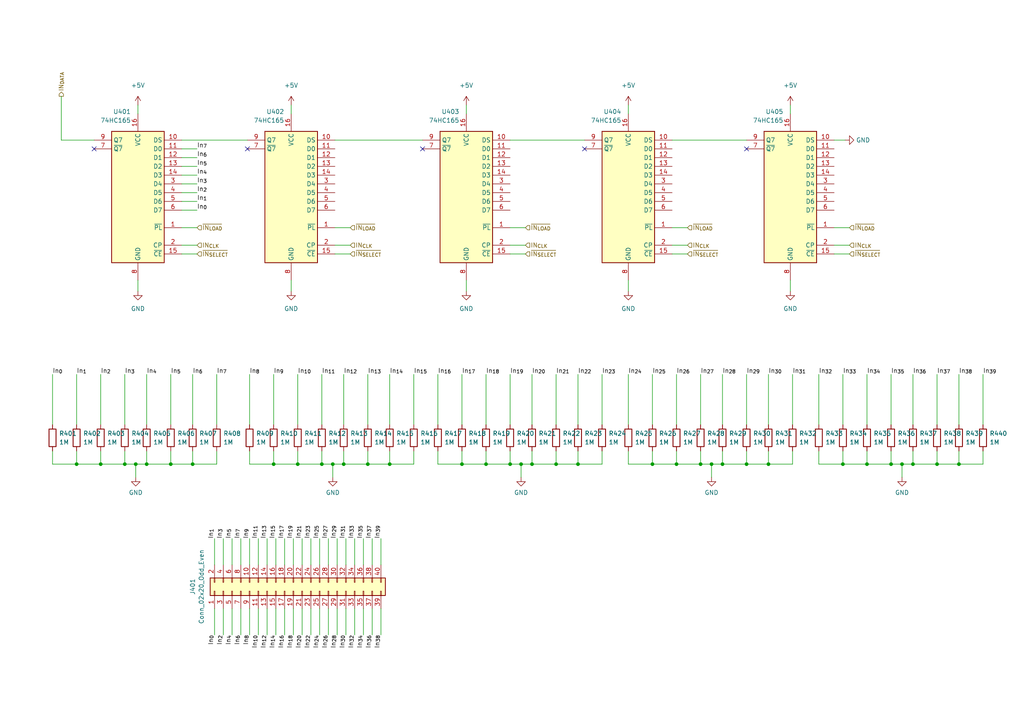
<source format=kicad_sch>
(kicad_sch (version 20211123) (generator eeschema)
  (paper "A4")
  (lib_symbols
    (symbol "74xx:74HC165"
      (property "Reference" "U" (at -7.62 19.05 0))
      (property "Value" "74HC165" (at -7.62 -21.59 0))
      (symbol "74HC165_1_0"
        (pin input line (at -12.7 -10.16 0) (length 5.08) (name "~{PL}") (number "1"))
        (pin input line (at -12.7 15.24 0) (length 5.08) (name "DS") (number "10"))
        (pin input line (at -12.7 12.7 0) (length 5.08) (name "D0") (number "11"))
        (pin input line (at -12.7 10.16 0) (length 5.08) (name "D1") (number "12"))
        (pin input line (at -12.7 7.62 0) (length 5.08) (name "D2") (number "13"))
        (pin input line (at -12.7 5.08 0) (length 5.08) (name "D3") (number "14"))
        (pin input line (at -12.7 -17.78 0) (length 5.08) (name "~{CE}") (number "15"))
        (pin power_in line (at 0 22.86 270) (length 5.08) (name "VCC") (number "16"))
        (pin input line (at -12.7 -15.24 0) (length 5.08) (name "CP") (number "2"))
        (pin input line (at -12.7 2.54 0) (length 5.08) (name "D4") (number "3"))
        (pin input line (at -12.7 0 0) (length 5.08) (name "D5") (number "4"))
        (pin input line (at -12.7 -2.54 0) (length 5.08) (name "D6") (number "5"))
        (pin input line (at -12.7 -5.08 0) (length 5.08) (name "D7") (number "6"))
        (pin output line (at 12.7 12.7 180) (length 5.08) (name "~{Q7}") (number "7"))
        (pin power_in line (at 0 -25.4 90) (length 5.08) (name "GND") (number "8"))
        (pin output line (at 12.7 15.24 180) (length 5.08) (name "Q7") (number "9"))
      )
      (symbol "74HC165_1_1"
        (rectangle (start -7.62 17.78) (end 7.62 -20.32) (stroke (width 0.254)) (fill (type background)))
      )
    )
    (symbol "Connector_Generic:Conn_02x20_Odd_Even" (pin_names (offset 1.016) hide)
      (property "Reference" "J" (at 1.27 25.4 0))
      (property "Value" "Conn_02x20_Odd_Even" (at 1.27 -27.94 0))
      (symbol "Conn_02x20_Odd_Even_1_1"
        (rectangle (start -1.27 -25.273) (end 0 -25.527) (stroke (width 0.1524)))
        (rectangle (start -1.27 -22.733) (end 0 -22.987) (stroke (width 0.1524)))
        (rectangle (start -1.27 -20.193) (end 0 -20.447) (stroke (width 0.1524)))
        (rectangle (start -1.27 -17.653) (end 0 -17.907) (stroke (width 0.1524)))
        (rectangle (start -1.27 -15.113) (end 0 -15.367) (stroke (width 0.1524)))
        (rectangle (start -1.27 -12.573) (end 0 -12.827) (stroke (width 0.1524)))
        (rectangle (start -1.27 -10.033) (end 0 -10.287) (stroke (width 0.1524)))
        (rectangle (start -1.27 -7.493) (end 0 -7.747) (stroke (width 0.1524)))
        (rectangle (start -1.27 -4.953) (end 0 -5.207) (stroke (width 0.1524)))
        (rectangle (start -1.27 -2.413) (end 0 -2.667) (stroke (width 0.1524)))
        (rectangle (start -1.27 0.127) (end 0 -0.127) (stroke (width 0.1524)))
        (rectangle (start -1.27 2.667) (end 0 2.413) (stroke (width 0.1524)))
        (rectangle (start -1.27 5.207) (end 0 4.953) (stroke (width 0.1524)))
        (rectangle (start -1.27 7.747) (end 0 7.493) (stroke (width 0.1524)))
        (rectangle (start -1.27 10.287) (end 0 10.033) (stroke (width 0.1524)))
        (rectangle (start -1.27 12.827) (end 0 12.573) (stroke (width 0.1524)))
        (rectangle (start -1.27 15.367) (end 0 15.113) (stroke (width 0.1524)))
        (rectangle (start -1.27 17.907) (end 0 17.653) (stroke (width 0.1524)))
        (rectangle (start -1.27 20.447) (end 0 20.193) (stroke (width 0.1524)))
        (rectangle (start -1.27 22.987) (end 0 22.733) (stroke (width 0.1524)))
        (rectangle (start -1.27 24.13) (end 3.81 -26.67) (stroke (width 0.254)) (fill (type background)))
        (rectangle (start 3.81 -25.273) (end 2.54 -25.527) (stroke (width 0.1524)))
        (rectangle (start 3.81 -22.733) (end 2.54 -22.987) (stroke (width 0.1524)))
        (rectangle (start 3.81 -20.193) (end 2.54 -20.447) (stroke (width 0.1524)))
        (rectangle (start 3.81 -17.653) (end 2.54 -17.907) (stroke (width 0.1524)))
        (rectangle (start 3.81 -15.113) (end 2.54 -15.367) (stroke (width 0.1524)))
        (rectangle (start 3.81 -12.573) (end 2.54 -12.827) (stroke (width 0.1524)))
        (rectangle (start 3.81 -10.033) (end 2.54 -10.287) (stroke (width 0.1524)))
        (rectangle (start 3.81 -7.493) (end 2.54 -7.747) (stroke (width 0.1524)))
        (rectangle (start 3.81 -4.953) (end 2.54 -5.207) (stroke (width 0.1524)))
        (rectangle (start 3.81 -2.413) (end 2.54 -2.667) (stroke (width 0.1524)))
        (rectangle (start 3.81 0.127) (end 2.54 -0.127) (stroke (width 0.1524)))
        (rectangle (start 3.81 2.667) (end 2.54 2.413) (stroke (width 0.1524)))
        (rectangle (start 3.81 5.207) (end 2.54 4.953) (stroke (width 0.1524)))
        (rectangle (start 3.81 7.747) (end 2.54 7.493) (stroke (width 0.1524)))
        (rectangle (start 3.81 10.287) (end 2.54 10.033) (stroke (width 0.1524)))
        (rectangle (start 3.81 12.827) (end 2.54 12.573) (stroke (width 0.1524)))
        (rectangle (start 3.81 15.367) (end 2.54 15.113) (stroke (width 0.1524)))
        (rectangle (start 3.81 17.907) (end 2.54 17.653) (stroke (width 0.1524)))
        (rectangle (start 3.81 20.447) (end 2.54 20.193) (stroke (width 0.1524)))
        (rectangle (start 3.81 22.987) (end 2.54 22.733) (stroke (width 0.1524)))
        (pin passive line (at -5.08 22.86 0) (length 3.81) (name "Pin_1") (number "1"))
        (pin passive line (at 7.62 12.7 180) (length 3.81) (name "Pin_10") (number "10"))
        (pin passive line (at -5.08 10.16 0) (length 3.81) (name "Pin_11") (number "11"))
        (pin passive line (at 7.62 10.16 180) (length 3.81) (name "Pin_12") (number "12"))
        (pin passive line (at -5.08 7.62 0) (length 3.81) (name "Pin_13") (number "13"))
        (pin passive line (at 7.62 7.62 180) (length 3.81) (name "Pin_14") (number "14"))
        (pin passive line (at -5.08 5.08 0) (length 3.81) (name "Pin_15") (number "15"))
        (pin passive line (at 7.62 5.08 180) (length 3.81) (name "Pin_16") (number "16"))
        (pin passive line (at -5.08 2.54 0) (length 3.81) (name "Pin_17") (number "17"))
        (pin passive line (at 7.62 2.54 180) (length 3.81) (name "Pin_18") (number "18"))
        (pin passive line (at -5.08 0 0) (length 3.81) (name "Pin_19") (number "19"))
        (pin passive line (at 7.62 22.86 180) (length 3.81) (name "Pin_2") (number "2"))
        (pin passive line (at 7.62 0 180) (length 3.81) (name "Pin_20") (number "20"))
        (pin passive line (at -5.08 -2.54 0) (length 3.81) (name "Pin_21") (number "21"))
        (pin passive line (at 7.62 -2.54 180) (length 3.81) (name "Pin_22") (number "22"))
        (pin passive line (at -5.08 -5.08 0) (length 3.81) (name "Pin_23") (number "23"))
        (pin passive line (at 7.62 -5.08 180) (length 3.81) (name "Pin_24") (number "24"))
        (pin passive line (at -5.08 -7.62 0) (length 3.81) (name "Pin_25") (number "25"))
        (pin passive line (at 7.62 -7.62 180) (length 3.81) (name "Pin_26") (number "26"))
        (pin passive line (at -5.08 -10.16 0) (length 3.81) (name "Pin_27") (number "27"))
        (pin passive line (at 7.62 -10.16 180) (length 3.81) (name "Pin_28") (number "28"))
        (pin passive line (at -5.08 -12.7 0) (length 3.81) (name "Pin_29") (number "29"))
        (pin passive line (at -5.08 20.32 0) (length 3.81) (name "Pin_3") (number "3"))
        (pin passive line (at 7.62 -12.7 180) (length 3.81) (name "Pin_30") (number "30"))
        (pin passive line (at -5.08 -15.24 0) (length 3.81) (name "Pin_31") (number "31"))
        (pin passive line (at 7.62 -15.24 180) (length 3.81) (name "Pin_32") (number "32"))
        (pin passive line (at -5.08 -17.78 0) (length 3.81) (name "Pin_33") (number "33"))
        (pin passive line (at 7.62 -17.78 180) (length 3.81) (name "Pin_34") (number "34"))
        (pin passive line (at -5.08 -20.32 0) (length 3.81) (name "Pin_35") (number "35"))
        (pin passive line (at 7.62 -20.32 180) (length 3.81) (name "Pin_36") (number "36"))
        (pin passive line (at -5.08 -22.86 0) (length 3.81) (name "Pin_37") (number "37"))
        (pin passive line (at 7.62 -22.86 180) (length 3.81) (name "Pin_38") (number "38"))
        (pin passive line (at -5.08 -25.4 0) (length 3.81) (name "Pin_39") (number "39"))
        (pin passive line (at 7.62 20.32 180) (length 3.81) (name "Pin_4") (number "4"))
        (pin passive line (at 7.62 -25.4 180) (length 3.81) (name "Pin_40") (number "40"))
        (pin passive line (at -5.08 17.78 0) (length 3.81) (name "Pin_5") (number "5"))
        (pin passive line (at 7.62 17.78 180) (length 3.81) (name "Pin_6") (number "6"))
        (pin passive line (at -5.08 15.24 0) (length 3.81) (name "Pin_7") (number "7"))
        (pin passive line (at 7.62 15.24 180) (length 3.81) (name "Pin_8") (number "8"))
        (pin passive line (at -5.08 12.7 0) (length 3.81) (name "Pin_9") (number "9"))
      )
    )
    (symbol "Device:R" (pin_numbers hide) (pin_names (offset 0))
      (property "Reference" "R" (at 2.032 0 90))
      (property "Value" "R" (at 0 0 90))
      (symbol "R_0_1"
        (rectangle (start -1.016 -2.54) (end 1.016 2.54) (stroke (width 0.254)))
      )
      (symbol "R_1_1"
        (pin passive line (at 0 3.81 270) (length 1.27) (name "~") (number "1"))
        (pin passive line (at 0 -3.81 90) (length 1.27) (name "~") (number "2"))
      )
    )
    (symbol "power:+5V" (power) (pin_names (offset 0))
      (property "Value" "+5V" (at 0 3.556 0))
      (symbol "+5V_0_1"
        (polyline (pts (xy -0.762 1.27) (xy 0 2.54)))
        (polyline (pts (xy 0 0) (xy 0 2.54)))
        (polyline (pts (xy 0 2.54) (xy 0.762 1.27)))
      )
      (symbol "+5V_1_1"
        (pin power_in line (at 0 0 90) (length 0) hide (name "+5V") (number "1"))
      )
    )
    (symbol "power:GND" (power) (pin_names (offset 0))
      (property "Value" "GND" (at 0 -3.81 0))
      (symbol "GND_0_1"
        (polyline (pts (xy 0 0) (xy 0 -1.27) (xy 1.27 -1.27) (xy 0 -2.54) (xy -1.27 -1.27) (xy 0 -1.27)))
      )
      (symbol "GND_1_1"
        (pin power_in line (at 0 0 270) (length 0) hide (name "GND") (number "1"))
      )
    )
  )
  (junction (at 99.695 134.62))
  (junction (at 154.305 134.62))
  (junction (at 151.13 134.62))
  (junction (at 209.55 134.62))
  (junction (at 140.97 134.62))
  (junction (at 216.535 134.62))
  (junction (at 36.195 134.62))
  (junction (at 206.375 134.62))
  (junction (at 79.375 134.62))
  (junction (at 93.345 134.62))
  (junction (at 96.52 134.62))
  (junction (at 278.13 134.62))
  (junction (at 147.955 134.62))
  (junction (at 55.88 134.62))
  (junction (at 49.53 134.62))
  (junction (at 264.795 134.62))
  (junction (at 244.475 134.62))
  (junction (at 113.03 134.62))
  (junction (at 251.46 134.62))
  (junction (at 42.545 134.62))
  (junction (at 22.225 134.62))
  (junction (at 271.78 134.62))
  (junction (at 196.215 134.62))
  (junction (at 133.985 134.62))
  (junction (at 106.68 134.62))
  (junction (at 222.885 134.62))
  (junction (at 167.64 134.62))
  (junction (at 258.445 134.62))
  (junction (at 161.29 134.62))
  (junction (at 203.2 134.62))
  (junction (at 261.62 134.62))
  (junction (at 39.37 134.62))
  (junction (at 29.21 134.62))
  (junction (at 189.23 134.62))
  (junction (at 86.36 134.62))
  (no_connect (at 169.545 43.18))
  (no_connect (at 27.305 43.18))
  (no_connect (at 216.535 43.18))
  (no_connect (at 71.755 43.18))
  (no_connect (at 122.555 43.18))
  (wire (pts (xy 264.795 108.585) (xy 264.795 123.19)))
  (wire (pts (xy 49.53 108.585) (xy 49.53 123.19)))
  (wire (pts (xy 161.29 130.81) (xy 161.29 134.62)))
  (wire (pts (xy 154.305 108.585) (xy 154.305 123.19)))
  (wire (pts (xy 79.375 134.62) (xy 86.36 134.62)))
  (wire (pts (xy 229.87 134.62) (xy 229.87 130.81)))
  (wire (pts (xy 64.77 156.21) (xy 64.77 163.83)))
  (wire (pts (xy 196.215 134.62) (xy 203.2 134.62)))
  (wire (pts (xy 209.55 134.62) (xy 216.535 134.62)))
  (wire (pts (xy 251.46 108.585) (xy 251.46 123.19)))
  (wire (pts (xy 79.375 108.585) (xy 79.375 123.19)))
  (wire (pts (xy 140.97 108.585) (xy 140.97 123.19)))
  (wire (pts (xy 85.09 156.21) (xy 85.09 163.83)))
  (wire (pts (xy 52.705 58.42) (xy 57.15 58.42)))
  (wire (pts (xy 182.245 30.48) (xy 182.245 33.02)))
  (wire (pts (xy 72.39 156.21) (xy 72.39 163.83)))
  (wire (pts (xy 74.93 184.15) (xy 74.93 176.53)))
  (wire (pts (xy 40.005 30.48) (xy 40.005 33.02)))
  (wire (pts (xy 278.13 108.585) (xy 278.13 123.19)))
  (wire (pts (xy 55.88 130.81) (xy 55.88 134.62)))
  (wire (pts (xy 92.71 156.21) (xy 92.71 163.83)))
  (wire (pts (xy 189.23 108.585) (xy 189.23 123.19)))
  (wire (pts (xy 52.705 55.88) (xy 57.15 55.88)))
  (wire (pts (xy 113.03 108.585) (xy 113.03 123.19)))
  (wire (pts (xy 113.03 134.62) (xy 120.015 134.62)))
  (wire (pts (xy 229.87 108.585) (xy 229.87 123.19)))
  (wire (pts (xy 84.455 81.28) (xy 84.455 84.455)))
  (wire (pts (xy 237.49 134.62) (xy 244.475 134.62)))
  (wire (pts (xy 285.115 108.585) (xy 285.115 123.19)))
  (wire (pts (xy 154.305 134.62) (xy 161.29 134.62)))
  (wire (pts (xy 278.13 134.62) (xy 285.115 134.62)))
  (wire (pts (xy 85.09 184.15) (xy 85.09 176.53)))
  (wire (pts (xy 99.695 134.62) (xy 106.68 134.62)))
  (wire (pts (xy 106.68 130.81) (xy 106.68 134.62)))
  (wire (pts (xy 101.6 71.12) (xy 97.155 71.12)))
  (wire (pts (xy 72.39 184.15) (xy 72.39 176.53)))
  (wire (pts (xy 72.39 130.81) (xy 72.39 134.62)))
  (wire (pts (xy 258.445 130.81) (xy 258.445 134.62)))
  (wire (pts (xy 203.2 130.81) (xy 203.2 134.62)))
  (wire (pts (xy 127 130.81) (xy 127 134.62)))
  (wire (pts (xy 196.215 108.585) (xy 196.215 123.19)))
  (wire (pts (xy 52.705 45.72) (xy 57.15 45.72)))
  (wire (pts (xy 96.52 134.62) (xy 99.695 134.62)))
  (wire (pts (xy 278.13 130.81) (xy 278.13 134.62)))
  (wire (pts (xy 22.225 130.81) (xy 22.225 134.62)))
  (wire (pts (xy 147.955 134.62) (xy 151.13 134.62)))
  (wire (pts (xy 87.63 156.21) (xy 87.63 163.83)))
  (wire (pts (xy 216.535 130.81) (xy 216.535 134.62)))
  (wire (pts (xy 90.17 156.21) (xy 90.17 163.83)))
  (wire (pts (xy 229.235 81.28) (xy 229.235 84.455)))
  (wire (pts (xy 93.345 130.81) (xy 93.345 134.62)))
  (wire (pts (xy 161.29 134.62) (xy 167.64 134.62)))
  (wire (pts (xy 17.78 40.64) (xy 27.305 40.64)))
  (wire (pts (xy 93.345 108.585) (xy 93.345 123.19)))
  (wire (pts (xy 135.255 30.48) (xy 135.255 33.02)))
  (wire (pts (xy 251.46 134.62) (xy 258.445 134.62)))
  (wire (pts (xy 62.865 134.62) (xy 62.865 130.81)))
  (wire (pts (xy 222.885 134.62) (xy 229.87 134.62)))
  (wire (pts (xy 77.47 184.15) (xy 77.47 176.53)))
  (wire (pts (xy 244.475 108.585) (xy 244.475 123.19)))
  (wire (pts (xy 97.155 40.64) (xy 122.555 40.64)))
  (wire (pts (xy 55.88 134.62) (xy 62.865 134.62)))
  (wire (pts (xy 42.545 108.585) (xy 42.545 123.19)))
  (wire (pts (xy 107.95 156.21) (xy 107.95 163.83)))
  (wire (pts (xy 92.71 184.15) (xy 92.71 176.53)))
  (wire (pts (xy 82.55 156.21) (xy 82.55 163.83)))
  (wire (pts (xy 69.85 184.15) (xy 69.85 176.53)))
  (wire (pts (xy 77.47 156.21) (xy 77.47 163.83)))
  (wire (pts (xy 203.2 134.62) (xy 206.375 134.62)))
  (wire (pts (xy 64.77 184.15) (xy 64.77 176.53)))
  (wire (pts (xy 42.545 134.62) (xy 49.53 134.62)))
  (wire (pts (xy 40.005 81.28) (xy 40.005 84.455)))
  (wire (pts (xy 101.6 66.04) (xy 97.155 66.04)))
  (wire (pts (xy 216.535 134.62) (xy 222.885 134.62)))
  (wire (pts (xy 203.2 108.585) (xy 203.2 123.19)))
  (wire (pts (xy 182.245 81.28) (xy 182.245 84.455)))
  (wire (pts (xy 140.97 134.62) (xy 147.955 134.62)))
  (wire (pts (xy 29.21 130.81) (xy 29.21 134.62)))
  (wire (pts (xy 86.36 130.81) (xy 86.36 134.62)))
  (wire (pts (xy 52.705 60.96) (xy 57.15 60.96)))
  (wire (pts (xy 222.885 108.585) (xy 222.885 123.19)))
  (wire (pts (xy 36.195 134.62) (xy 39.37 134.62)))
  (wire (pts (xy 100.33 156.21) (xy 100.33 163.83)))
  (wire (pts (xy 62.865 108.585) (xy 62.865 123.19)))
  (wire (pts (xy 15.24 108.585) (xy 15.24 123.19)))
  (wire (pts (xy 182.245 108.585) (xy 182.245 123.19)))
  (wire (pts (xy 86.36 108.585) (xy 86.36 123.19)))
  (wire (pts (xy 105.41 184.15) (xy 105.41 176.53)))
  (wire (pts (xy 39.37 134.62) (xy 39.37 138.43)))
  (wire (pts (xy 147.955 130.81) (xy 147.955 134.62)))
  (wire (pts (xy 100.33 184.15) (xy 100.33 176.53)))
  (wire (pts (xy 72.39 108.585) (xy 72.39 123.19)))
  (wire (pts (xy 99.695 130.81) (xy 99.695 134.62)))
  (wire (pts (xy 110.49 184.15) (xy 110.49 176.53)))
  (wire (pts (xy 29.21 134.62) (xy 36.195 134.62)))
  (wire (pts (xy 246.38 71.12) (xy 241.935 71.12)))
  (wire (pts (xy 84.455 30.48) (xy 84.455 33.02)))
  (wire (pts (xy 133.985 130.81) (xy 133.985 134.62)))
  (wire (pts (xy 264.795 130.81) (xy 264.795 134.62)))
  (wire (pts (xy 133.985 134.62) (xy 140.97 134.62)))
  (wire (pts (xy 152.4 66.04) (xy 147.955 66.04)))
  (wire (pts (xy 106.68 134.62) (xy 113.03 134.62)))
  (wire (pts (xy 246.38 66.04) (xy 241.935 66.04)))
  (wire (pts (xy 80.01 156.21) (xy 80.01 163.83)))
  (wire (pts (xy 174.625 134.62) (xy 174.625 130.81)))
  (wire (pts (xy 206.375 134.62) (xy 206.375 138.43)))
  (wire (pts (xy 120.015 134.62) (xy 120.015 130.81)))
  (wire (pts (xy 39.37 134.62) (xy 42.545 134.62)))
  (wire (pts (xy 101.6 73.66) (xy 97.155 73.66)))
  (wire (pts (xy 82.55 184.15) (xy 82.55 176.53)))
  (wire (pts (xy 97.79 156.21) (xy 97.79 163.83)))
  (wire (pts (xy 105.41 156.21) (xy 105.41 163.83)))
  (wire (pts (xy 246.38 73.66) (xy 241.935 73.66)))
  (wire (pts (xy 72.39 134.62) (xy 79.375 134.62)))
  (wire (pts (xy 93.345 134.62) (xy 96.52 134.62)))
  (wire (pts (xy 95.25 156.21) (xy 95.25 163.83)))
  (wire (pts (xy 57.15 73.66) (xy 52.705 73.66)))
  (wire (pts (xy 49.53 134.62) (xy 55.88 134.62)))
  (wire (pts (xy 36.195 130.81) (xy 36.195 134.62)))
  (wire (pts (xy 167.64 108.585) (xy 167.64 123.19)))
  (wire (pts (xy 167.64 134.62) (xy 174.625 134.62)))
  (wire (pts (xy 15.24 134.62) (xy 22.225 134.62)))
  (wire (pts (xy 199.39 73.66) (xy 194.945 73.66)))
  (wire (pts (xy 199.39 66.04) (xy 194.945 66.04)))
  (wire (pts (xy 135.255 81.28) (xy 135.255 84.455)))
  (wire (pts (xy 120.015 108.585) (xy 120.015 123.19)))
  (wire (pts (xy 237.49 130.81) (xy 237.49 134.62)))
  (wire (pts (xy 258.445 108.585) (xy 258.445 123.19)))
  (wire (pts (xy 74.93 156.21) (xy 74.93 163.83)))
  (wire (pts (xy 199.39 71.12) (xy 194.945 71.12)))
  (wire (pts (xy 244.475 130.81) (xy 244.475 134.62)))
  (wire (pts (xy 52.705 40.64) (xy 71.755 40.64)))
  (wire (pts (xy 57.15 66.04) (xy 52.705 66.04)))
  (wire (pts (xy 261.62 134.62) (xy 261.62 138.43)))
  (wire (pts (xy 167.64 130.81) (xy 167.64 134.62)))
  (wire (pts (xy 127 108.585) (xy 127 123.19)))
  (wire (pts (xy 102.87 184.15) (xy 102.87 176.53)))
  (wire (pts (xy 245.11 40.64) (xy 241.935 40.64)))
  (wire (pts (xy 152.4 73.66) (xy 147.955 73.66)))
  (wire (pts (xy 102.87 156.21) (xy 102.87 163.83)))
  (wire (pts (xy 154.305 130.81) (xy 154.305 134.62)))
  (wire (pts (xy 206.375 134.62) (xy 209.55 134.62)))
  (wire (pts (xy 151.13 134.62) (xy 151.13 138.43)))
  (wire (pts (xy 264.795 134.62) (xy 271.78 134.62)))
  (wire (pts (xy 222.885 130.81) (xy 222.885 134.62)))
  (wire (pts (xy 151.13 134.62) (xy 154.305 134.62)))
  (wire (pts (xy 182.245 130.81) (xy 182.245 134.62)))
  (wire (pts (xy 258.445 134.62) (xy 261.62 134.62)))
  (wire (pts (xy 196.215 130.81) (xy 196.215 134.62)))
  (wire (pts (xy 17.78 40.64) (xy 17.78 27.94)))
  (wire (pts (xy 29.21 108.585) (xy 29.21 123.19)))
  (wire (pts (xy 87.63 184.15) (xy 87.63 176.53)))
  (wire (pts (xy 261.62 134.62) (xy 264.795 134.62)))
  (wire (pts (xy 271.78 108.585) (xy 271.78 123.19)))
  (wire (pts (xy 209.55 108.585) (xy 209.55 123.19)))
  (wire (pts (xy 67.31 184.15) (xy 67.31 176.53)))
  (wire (pts (xy 194.945 40.64) (xy 216.535 40.64)))
  (wire (pts (xy 244.475 134.62) (xy 251.46 134.62)))
  (wire (pts (xy 57.15 71.12) (xy 52.705 71.12)))
  (wire (pts (xy 15.24 130.81) (xy 15.24 134.62)))
  (wire (pts (xy 127 134.62) (xy 133.985 134.62)))
  (wire (pts (xy 62.23 156.21) (xy 62.23 163.83)))
  (wire (pts (xy 106.68 108.585) (xy 106.68 123.19)))
  (wire (pts (xy 140.97 130.81) (xy 140.97 134.62)))
  (wire (pts (xy 161.29 108.585) (xy 161.29 123.19)))
  (wire (pts (xy 251.46 130.81) (xy 251.46 134.62)))
  (wire (pts (xy 189.23 130.81) (xy 189.23 134.62)))
  (wire (pts (xy 95.25 184.15) (xy 95.25 176.53)))
  (wire (pts (xy 49.53 130.81) (xy 49.53 134.62)))
  (wire (pts (xy 147.955 108.585) (xy 147.955 123.19)))
  (wire (pts (xy 271.78 130.81) (xy 271.78 134.62)))
  (wire (pts (xy 174.625 108.585) (xy 174.625 123.19)))
  (wire (pts (xy 229.235 30.48) (xy 229.235 33.02)))
  (wire (pts (xy 96.52 134.62) (xy 96.52 138.43)))
  (wire (pts (xy 22.225 108.585) (xy 22.225 123.19)))
  (wire (pts (xy 147.955 40.64) (xy 169.545 40.64)))
  (wire (pts (xy 79.375 130.81) (xy 79.375 134.62)))
  (wire (pts (xy 55.88 108.585) (xy 55.88 123.19)))
  (wire (pts (xy 42.545 130.81) (xy 42.545 134.62)))
  (wire (pts (xy 189.23 134.62) (xy 196.215 134.62)))
  (wire (pts (xy 182.245 134.62) (xy 189.23 134.62)))
  (wire (pts (xy 22.225 134.62) (xy 29.21 134.62)))
  (wire (pts (xy 52.705 50.8) (xy 57.15 50.8)))
  (wire (pts (xy 110.49 156.21) (xy 110.49 163.83)))
  (wire (pts (xy 209.55 130.81) (xy 209.55 134.62)))
  (wire (pts (xy 99.695 108.585) (xy 99.695 123.19)))
  (wire (pts (xy 62.23 184.15) (xy 62.23 176.53)))
  (wire (pts (xy 52.705 43.18) (xy 57.15 43.18)))
  (wire (pts (xy 113.03 130.81) (xy 113.03 134.62)))
  (wire (pts (xy 107.95 184.15) (xy 107.95 176.53)))
  (wire (pts (xy 52.705 48.26) (xy 57.15 48.26)))
  (wire (pts (xy 97.79 184.15) (xy 97.79 176.53)))
  (wire (pts (xy 237.49 108.585) (xy 237.49 123.19)))
  (wire (pts (xy 271.78 134.62) (xy 278.13 134.62)))
  (wire (pts (xy 69.85 156.21) (xy 69.85 163.83)))
  (wire (pts (xy 80.01 184.15) (xy 80.01 176.53)))
  (wire (pts (xy 216.535 108.585) (xy 216.535 123.19)))
  (wire (pts (xy 52.705 53.34) (xy 57.15 53.34)))
  (wire (pts (xy 36.195 108.585) (xy 36.195 123.19)))
  (wire (pts (xy 67.31 156.21) (xy 67.31 163.83)))
  (wire (pts (xy 90.17 184.15) (xy 90.17 176.53)))
  (wire (pts (xy 86.36 134.62) (xy 93.345 134.62)))
  (wire (pts (xy 133.985 108.585) (xy 133.985 123.19)))
  (wire (pts (xy 152.4 71.12) (xy 147.955 71.12)))
  (wire (pts (xy 285.115 134.62) (xy 285.115 130.81)))
  (label "In_{19}" (at 85.09 156.21 90))
  (label "In_{35}" (at 258.445 108.585 0))
  (label "In_{38}" (at 110.49 184.15 270))
  (label "In_{31}" (at 100.33 156.21 90))
  (label "In_{34}" (at 105.41 184.15 270))
  (label "In_{20}" (at 87.63 184.15 270))
  (label "In_{25}" (at 92.71 156.21 90))
  (label "In_{29}" (at 97.79 156.21 90))
  (label "In_{1}" (at 22.225 108.585 0))
  (label "In_{21}" (at 161.29 108.585 0))
  (label "In_{6}" (at 55.88 108.585 0))
  (label "In_{35}" (at 105.41 156.21 90))
  (label "In_{22}" (at 90.17 184.15 270))
  (label "In_{4}" (at 42.545 108.585 0))
  (label "In_{23}" (at 174.625 108.585 0))
  (label "In_{4}" (at 57.15 50.8 0))
  (label "In_{8}" (at 72.39 108.585 0))
  (label "In_{30}" (at 100.33 184.15 270))
  (label "In_{13}" (at 77.47 156.21 90))
  (label "In_{39}" (at 285.115 108.585 0))
  (label "In_{21}" (at 87.63 156.21 90))
  (label "In_{9}" (at 72.39 156.21 90))
  (label "In_{29}" (at 216.535 108.585 0))
  (label "In_{0}" (at 57.15 60.96 0))
  (label "In_{31}" (at 229.87 108.585 0))
  (label "In_{5}" (at 57.15 48.26 0))
  (label "In_{17}" (at 82.55 156.21 90))
  (label "In_{3}" (at 36.195 108.585 0))
  (label "In_{5}" (at 49.53 108.585 0))
  (label "In_{2}" (at 57.15 55.88 0))
  (label "In_{37}" (at 271.78 108.585 0))
  (label "In_{32}" (at 237.49 108.585 0))
  (label "In_{39}" (at 110.49 156.21 90))
  (label "In_{2}" (at 29.21 108.585 0))
  (label "In_{7}" (at 57.15 43.18 0))
  (label "In_{10}" (at 86.36 108.585 0))
  (label "In_{18}" (at 140.97 108.585 0))
  (label "In_{34}" (at 251.46 108.585 0))
  (label "In_{9}" (at 79.375 108.585 0))
  (label "In_{1}" (at 57.15 58.42 0))
  (label "In_{7}" (at 69.85 156.21 90))
  (label "In_{6}" (at 57.15 45.72 0))
  (label "In_{26}" (at 196.215 108.585 0))
  (label "In_{22}" (at 167.64 108.585 0))
  (label "In_{3}" (at 57.15 53.34 0))
  (label "In_{37}" (at 107.95 156.21 90))
  (label "In_{11}" (at 74.93 156.21 90))
  (label "In_{14}" (at 80.01 184.15 270))
  (label "In_{12}" (at 77.47 184.15 270))
  (label "In_{1}" (at 62.23 156.21 90))
  (label "In_{33}" (at 244.475 108.585 0))
  (label "In_{30}" (at 222.885 108.585 0))
  (label "In_{4}" (at 67.31 184.15 270))
  (label "In_{19}" (at 147.955 108.585 0))
  (label "In_{10}" (at 74.93 184.15 270))
  (label "In_{25}" (at 189.23 108.585 0))
  (label "In_{20}" (at 154.305 108.585 0))
  (label "In_{0}" (at 15.24 108.585 0))
  (label "In_{2}" (at 64.77 184.15 270))
  (label "In_{11}" (at 93.345 108.585 0))
  (label "In_{27}" (at 203.2 108.585 0))
  (label "In_{15}" (at 120.015 108.585 0))
  (label "In_{5}" (at 67.31 156.21 90))
  (label "In_{23}" (at 90.17 156.21 90))
  (label "In_{6}" (at 69.85 184.15 270))
  (label "In_{15}" (at 80.01 156.21 90))
  (label "In_{17}" (at 133.985 108.585 0))
  (label "In_{26}" (at 95.25 184.15 270))
  (label "In_{33}" (at 102.87 156.21 90))
  (label "In_{18}" (at 85.09 184.15 270))
  (label "In_{32}" (at 102.87 184.15 270))
  (label "In_{24}" (at 92.71 184.15 270))
  (label "In_{13}" (at 106.68 108.585 0))
  (label "In_{27}" (at 95.25 156.21 90))
  (label "In_{16}" (at 127 108.585 0))
  (label "In_{7}" (at 62.865 108.585 0))
  (label "In_{38}" (at 278.13 108.585 0))
  (label "In_{14}" (at 113.03 108.585 0))
  (label "In_{24}" (at 182.245 108.585 0))
  (label "In_{36}" (at 107.95 184.15 270))
  (label "In_{3}" (at 64.77 156.21 90))
  (label "In_{8}" (at 72.39 184.15 270))
  (label "In_{12}" (at 99.695 108.585 0))
  (label "In_{28}" (at 209.55 108.585 0))
  (label "In_{0}" (at 62.23 184.15 270))
  (label "In_{36}" (at 264.795 108.585 0))
  (label "In_{16}" (at 82.55 184.15 270))
  (label "In_{28}" (at 97.79 184.15 270))
  (hierarchical_label "IN_{CLK}" (shape input) (at 152.4 71.12 0))
  (hierarchical_label "~{IN_{LOAD}}" (shape input) (at 57.15 66.04 0))
  (hierarchical_label "IN_{CLK}" (shape input) (at 246.38 71.12 0))
  (hierarchical_label "IN_{CLK}" (shape input) (at 199.39 71.12 0))
  (hierarchical_label "~{IN_{SELECT}}" (shape input) (at 152.4 73.66 0))
  (hierarchical_label "~{IN_{LOAD}}" (shape input) (at 199.39 66.04 0))
  (hierarchical_label "IN_{CLK}" (shape input) (at 101.6 71.12 0))
  (hierarchical_label "IN_{DATA}" (shape output) (at 17.78 27.94 90))
  (hierarchical_label "~{IN_{SELECT}}" (shape input) (at 246.38 73.66 0))
  (hierarchical_label "IN_{CLK}" (shape input) (at 57.15 71.12 0))
  (hierarchical_label "~{IN_{SELECT}}" (shape input) (at 101.6 73.66 0))
  (hierarchical_label "~{IN_{SELECT}}" (shape input) (at 199.39 73.66 0))
  (hierarchical_label "~{IN_{SELECT}}" (shape input) (at 57.15 73.66 0))
  (hierarchical_label "~{IN_{LOAD}}" (shape input) (at 246.38 66.04 0))
  (hierarchical_label "~{IN_{LOAD}}" (shape input) (at 101.6 66.04 0))
  (hierarchical_label "~{IN_{LOAD}}" (shape input) (at 152.4 66.04 0))
  (symbol (lib_id "power:+5V") (at 135.255 30.48 0) (mirror y) (unit 1)
    (property "Reference" "#PWR0407" (effects hide))
    (property "Value" "+5V" (at 135.255 24.765 0))
  )
  (symbol (lib_id "Device:R") (at 42.545 127 0) (unit 1)
    (property "Reference" "R405" (at 44.45 125.7299 0) (effects (justify left)))
    (property "Value" "1M" (at 44.45 128.2699 0) (effects (justify left)))
    (property "Footprint" "Resistor_SMD:R_0603_1608Metric" (effects hide))
    (property "LCSC" "C22935" (effects hide))
  )
  (symbol (lib_id "Device:R") (at 209.55 127 0) (unit 1)
    (property "Reference" "R429" (at 211.455 125.7299 0) (effects (justify left)))
    (property "Value" "1M" (at 211.455 128.2699 0) (effects (justify left)))
    (property "Footprint" "Resistor_SMD:R_0603_1608Metric" (effects hide))
    (property "LCSC" "C22935" (effects hide))
  )
  (symbol (lib_id "Device:R") (at 285.115 127 0) (unit 1)
    (property "Reference" "R440" (at 287.02 125.7299 0) (effects (justify left)))
    (property "Value" "1M" (at 287.02 128.2699 0) (effects (justify left)))
    (property "Footprint" "Resistor_SMD:R_0603_1608Metric" (effects hide))
    (property "LCSC" "C22935" (effects hide))
  )
  (symbol (lib_id "Device:R") (at 15.24 127 0) (unit 1)
    (property "Reference" "R401" (at 17.145 125.7299 0) (effects (justify left)))
    (property "Value" "1M" (at 17.145 128.2699 0) (effects (justify left)))
    (property "Footprint" "Resistor_SMD:R_0603_1608Metric" (effects hide))
    (property "LCSC" "C22935" (effects hide))
  )
  (symbol (lib_id "Device:R") (at 222.885 127 0) (unit 1)
    (property "Reference" "R431" (at 224.79 125.7299 0) (effects (justify left)))
    (property "Value" "1M" (at 224.79 128.2699 0) (effects (justify left)))
    (property "Footprint" "Resistor_SMD:R_0603_1608Metric" (effects hide))
    (property "LCSC" "C22935" (effects hide))
  )
  (symbol (lib_id "Device:R") (at 161.29 127 0) (unit 1)
    (property "Reference" "R422" (at 163.195 125.7299 0) (effects (justify left)))
    (property "Value" "1M" (at 163.195 128.2699 0) (effects (justify left)))
    (property "Footprint" "Resistor_SMD:R_0603_1608Metric" (effects hide))
    (property "LCSC" "C22935" (effects hide))
  )
  (symbol (lib_id "Device:R") (at 86.36 127 0) (unit 1)
    (property "Reference" "R411" (at 88.265 125.7299 0) (effects (justify left)))
    (property "Value" "1M" (at 88.265 128.2699 0) (effects (justify left)))
    (property "Footprint" "Resistor_SMD:R_0603_1608Metric" (effects hide))
    (property "LCSC" "C22935" (effects hide))
  )
  (symbol (lib_id "Device:R") (at 29.21 127 0) (unit 1)
    (property "Reference" "R403" (at 31.115 125.7299 0) (effects (justify left)))
    (property "Value" "1M" (at 31.115 128.2699 0) (effects (justify left)))
    (property "Footprint" "Resistor_SMD:R_0603_1608Metric" (effects hide))
    (property "LCSC" "C22935" (effects hide))
  )
  (symbol (lib_id "power:+5V") (at 84.455 30.48 0) (mirror y) (unit 1)
    (property "Reference" "#PWR0404" (effects hide))
    (property "Value" "+5V" (at 84.455 24.765 0))
  )
  (symbol (lib_id "Device:R") (at 264.795 127 0) (unit 1)
    (property "Reference" "R437" (at 266.7 125.7299 0) (effects (justify left)))
    (property "Value" "1M" (at 266.7 128.2699 0) (effects (justify left)))
    (property "Footprint" "Resistor_SMD:R_0603_1608Metric" (effects hide))
    (property "LCSC" "C22935" (effects hide))
  )
  (symbol (lib_id "Device:R") (at 79.375 127 0) (unit 1)
    (property "Reference" "R410" (at 81.28 125.7299 0) (effects (justify left)))
    (property "Value" "1M" (at 81.28 128.2699 0) (effects (justify left)))
    (property "Footprint" "Resistor_SMD:R_0603_1608Metric" (effects hide))
    (property "LCSC" "C22935" (effects hide))
  )
  (symbol (lib_id "Device:R") (at 237.49 127 0) (unit 1)
    (property "Reference" "R433" (at 239.395 125.7299 0) (effects (justify left)))
    (property "Value" "1M" (at 239.395 128.2699 0) (effects (justify left)))
    (property "Footprint" "Resistor_SMD:R_0603_1608Metric" (effects hide))
    (property "LCSC" "C22935" (effects hide))
  )
  (symbol (lib_id "Connector_Generic:Conn_02x20_Odd_Even") (at 85.09 171.45 90) (unit 1)
    (property "Reference" "J401" (at 55.88 170.18 0))
    (property "Value" "Conn_02x20_Odd_Even" (at 58.42 170.18 0))
    (property "Footprint" "Connector_PinHeader_2.54mm:PinHeader_2x20_P2.54mm_Vertical" (effects hide))
  )
  (symbol (lib_id "74xx:74HC165") (at 84.455 55.88 0) (mirror y) (unit 1)
    (property "Reference" "U402" (at 82.4356 32.385 0) (effects (justify left)))
    (property "Value" "74HC165" (at 82.4356 34.925 0) (effects (justify left)))
    (property "Footprint" "Package_SO:SOIC-16_3.9x9.9mm_P1.27mm" (effects hide))
    (property "Datasheet" "https://assets.nexperia.com/documents/data-sheet/74HC_HCT165.pdf" (effects hide))
    (property "LCSC" "C5613" (effects hide))
  )
  (symbol (lib_id "Device:R") (at 203.2 127 0) (unit 1)
    (property "Reference" "R428" (at 205.105 125.7299 0) (effects (justify left)))
    (property "Value" "1M" (at 205.105 128.2699 0) (effects (justify left)))
    (property "Footprint" "Resistor_SMD:R_0603_1608Metric" (effects hide))
    (property "LCSC" "C22935" (effects hide))
  )
  (symbol (lib_id "power:+5V") (at 229.235 30.48 0) (mirror y) (unit 1)
    (property "Reference" "#PWR0413" (effects hide))
    (property "Value" "+5V" (at 229.235 24.765 0))
  )
  (symbol (lib_id "Device:R") (at 22.225 127 0) (unit 1)
    (property "Reference" "R402" (at 24.13 125.7299 0) (effects (justify left)))
    (property "Value" "1M" (at 24.13 128.2699 0) (effects (justify left)))
    (property "Footprint" "Resistor_SMD:R_0603_1608Metric" (effects hide))
    (property "LCSC" "C22935" (effects hide))
  )
  (symbol (lib_id "Device:R") (at 133.985 127 0) (unit 1)
    (property "Reference" "R418" (at 135.89 125.7299 0) (effects (justify left)))
    (property "Value" "1M" (at 135.89 128.2699 0) (effects (justify left)))
    (property "Footprint" "Resistor_SMD:R_0603_1608Metric" (effects hide))
    (property "LCSC" "C22935" (effects hide))
  )
  (symbol (lib_id "power:GND") (at 245.11 40.64 90) (mirror x) (unit 1)
    (property "Reference" "#PWR0415" (effects hide))
    (property "Value" "GND" (at 248.285 40.6399 90) (effects (justify right)))
  )
  (symbol (lib_id "Device:R") (at 55.88 127 0) (unit 1)
    (property "Reference" "R407" (at 57.785 125.7299 0) (effects (justify left)))
    (property "Value" "1M" (at 57.785 128.2699 0) (effects (justify left)))
    (property "Footprint" "Resistor_SMD:R_0603_1608Metric" (effects hide))
    (property "LCSC" "C22935" (effects hide))
  )
  (symbol (lib_id "Device:R") (at 154.305 127 0) (unit 1)
    (property "Reference" "R421" (at 156.21 125.7299 0) (effects (justify left)))
    (property "Value" "1M" (at 156.21 128.2699 0) (effects (justify left)))
    (property "Footprint" "Resistor_SMD:R_0603_1608Metric" (effects hide))
    (property "LCSC" "C22935" (effects hide))
  )
  (symbol (lib_id "74xx:74HC165") (at 40.005 55.88 0) (mirror y) (unit 1)
    (property "Reference" "U401" (at 37.9856 32.385 0) (effects (justify left)))
    (property "Value" "74HC165" (at 37.9856 34.925 0) (effects (justify left)))
    (property "Footprint" "Package_SO:SOIC-16_3.9x9.9mm_P1.27mm" (effects hide))
    (property "Datasheet" "https://assets.nexperia.com/documents/data-sheet/74HC_HCT165.pdf" (effects hide))
    (property "LCSC" "C5613" (effects hide))
  )
  (symbol (lib_id "Device:R") (at 167.64 127 0) (unit 1)
    (property "Reference" "R423" (at 169.545 125.7299 0) (effects (justify left)))
    (property "Value" "1M" (at 169.545 128.2699 0) (effects (justify left)))
    (property "Footprint" "Resistor_SMD:R_0603_1608Metric" (effects hide))
    (property "LCSC" "C22935" (effects hide))
  )
  (symbol (lib_id "Device:R") (at 251.46 127 0) (unit 1)
    (property "Reference" "R435" (at 253.365 125.7299 0) (effects (justify left)))
    (property "Value" "1M" (at 253.365 128.2699 0) (effects (justify left)))
    (property "Footprint" "Resistor_SMD:R_0603_1608Metric" (effects hide))
    (property "LCSC" "C22935" (effects hide))
  )
  (symbol (lib_id "power:GND") (at 96.52 138.43 0) (unit 1)
    (property "Reference" "#PWR0406" (effects hide))
    (property "Value" "GND" (at 96.52 142.875 0))
  )
  (symbol (lib_id "74xx:74HC165") (at 229.235 55.88 0) (mirror y) (unit 1)
    (property "Reference" "U405" (at 227.2156 32.385 0) (effects (justify left)))
    (property "Value" "74HC165" (at 227.2156 34.925 0) (effects (justify left)))
    (property "Footprint" "Package_SO:SOIC-16_3.9x9.9mm_P1.27mm" (effects hide))
    (property "Datasheet" "https://assets.nexperia.com/documents/data-sheet/74HC_HCT165.pdf" (effects hide))
    (property "LCSC" "C5613" (effects hide))
  )
  (symbol (lib_id "Device:R") (at 113.03 127 0) (unit 1)
    (property "Reference" "R415" (at 114.935 125.7299 0) (effects (justify left)))
    (property "Value" "1M" (at 114.935 128.2699 0) (effects (justify left)))
    (property "Footprint" "Resistor_SMD:R_0603_1608Metric" (effects hide))
    (property "LCSC" "C22935" (effects hide))
  )
  (symbol (lib_id "Device:R") (at 147.955 127 0) (unit 1)
    (property "Reference" "R420" (at 149.86 125.7299 0) (effects (justify left)))
    (property "Value" "1M" (at 149.86 128.2699 0) (effects (justify left)))
    (property "Footprint" "Resistor_SMD:R_0603_1608Metric" (effects hide))
    (property "LCSC" "C22935" (effects hide))
  )
  (symbol (lib_id "Device:R") (at 120.015 127 0) (unit 1)
    (property "Reference" "R416" (at 121.92 125.7299 0) (effects (justify left)))
    (property "Value" "1M" (at 121.92 128.2699 0) (effects (justify left)))
    (property "Footprint" "Resistor_SMD:R_0603_1608Metric" (effects hide))
    (property "LCSC" "C22935" (effects hide))
  )
  (symbol (lib_id "Device:R") (at 229.87 127 0) (unit 1)
    (property "Reference" "R432" (at 231.775 125.7299 0) (effects (justify left)))
    (property "Value" "1M" (at 231.775 128.2699 0) (effects (justify left)))
    (property "Footprint" "Resistor_SMD:R_0603_1608Metric" (effects hide))
    (property "LCSC" "C22935" (effects hide))
  )
  (symbol (lib_id "Device:R") (at 244.475 127 0) (unit 1)
    (property "Reference" "R434" (at 246.38 125.7299 0) (effects (justify left)))
    (property "Value" "1M" (at 246.38 128.2699 0) (effects (justify left)))
    (property "Footprint" "Resistor_SMD:R_0603_1608Metric" (effects hide))
    (property "LCSC" "C22935" (effects hide))
  )
  (symbol (lib_id "power:GND") (at 40.005 84.455 0) (mirror y) (unit 1)
    (property "Reference" "#PWR0403" (effects hide))
    (property "Value" "GND" (at 40.005 89.535 0))
  )
  (symbol (lib_id "Device:R") (at 93.345 127 0) (unit 1)
    (property "Reference" "R412" (at 95.25 125.7299 0) (effects (justify left)))
    (property "Value" "1M" (at 95.25 128.2699 0) (effects (justify left)))
    (property "Footprint" "Resistor_SMD:R_0603_1608Metric" (effects hide))
    (property "LCSC" "C22935" (effects hide))
  )
  (symbol (lib_id "power:GND") (at 229.235 84.455 0) (mirror y) (unit 1)
    (property "Reference" "#PWR0414" (effects hide))
    (property "Value" "GND" (at 229.235 89.535 0))
  )
  (symbol (lib_id "power:GND") (at 206.375 138.43 0) (unit 1)
    (property "Reference" "#PWR0412" (effects hide))
    (property "Value" "GND" (at 206.375 142.875 0))
  )
  (symbol (lib_id "Device:R") (at 258.445 127 0) (unit 1)
    (property "Reference" "R436" (at 260.35 125.7299 0) (effects (justify left)))
    (property "Value" "1M" (at 260.35 128.2699 0) (effects (justify left)))
    (property "Footprint" "Resistor_SMD:R_0603_1608Metric" (effects hide))
    (property "LCSC" "C22935" (effects hide))
  )
  (symbol (lib_id "power:GND") (at 135.255 84.455 0) (mirror y) (unit 1)
    (property "Reference" "#PWR0408" (effects hide))
    (property "Value" "GND" (at 135.255 89.535 0))
  )
  (symbol (lib_id "power:+5V") (at 182.245 30.48 0) (mirror y) (unit 1)
    (property "Reference" "#PWR0410" (effects hide))
    (property "Value" "+5V" (at 182.245 24.765 0))
  )
  (symbol (lib_id "74xx:74HC165") (at 182.245 55.88 0) (mirror y) (unit 1)
    (property "Reference" "U404" (at 180.2256 32.385 0) (effects (justify left)))
    (property "Value" "74HC165" (at 180.2256 34.925 0) (effects (justify left)))
    (property "Footprint" "Package_SO:SOIC-16_3.9x9.9mm_P1.27mm" (effects hide))
    (property "Datasheet" "https://assets.nexperia.com/documents/data-sheet/74HC_HCT165.pdf" (effects hide))
    (property "LCSC" "C5613" (effects hide))
  )
  (symbol (lib_id "74xx:74HC165") (at 135.255 55.88 0) (mirror y) (unit 1)
    (property "Reference" "U403" (at 133.2356 32.385 0) (effects (justify left)))
    (property "Value" "74HC165" (at 133.2356 34.925 0) (effects (justify left)))
    (property "Footprint" "Package_SO:SOIC-16_3.9x9.9mm_P1.27mm" (effects hide))
    (property "Datasheet" "https://assets.nexperia.com/documents/data-sheet/74HC_HCT165.pdf" (effects hide))
    (property "LCSC" "C5613" (effects hide))
  )
  (symbol (lib_id "power:GND") (at 39.37 138.43 0) (unit 1)
    (property "Reference" "#PWR0401" (effects hide))
    (property "Value" "GND" (at 39.37 142.875 0))
  )
  (symbol (lib_id "Device:R") (at 182.245 127 0) (unit 1)
    (property "Reference" "R425" (at 184.15 125.7299 0) (effects (justify left)))
    (property "Value" "1M" (at 184.15 128.2699 0) (effects (justify left)))
    (property "Footprint" "Resistor_SMD:R_0603_1608Metric" (effects hide))
    (property "LCSC" "C22935" (effects hide))
  )
  (symbol (lib_id "Device:R") (at 140.97 127 0) (unit 1)
    (property "Reference" "R419" (at 142.875 125.7299 0) (effects (justify left)))
    (property "Value" "1M" (at 142.875 128.2699 0) (effects (justify left)))
    (property "Footprint" "Resistor_SMD:R_0603_1608Metric" (effects hide))
    (property "LCSC" "C22935" (effects hide))
  )
  (symbol (lib_id "Device:R") (at 72.39 127 0) (unit 1)
    (property "Reference" "R409" (at 74.295 125.7299 0) (effects (justify left)))
    (property "Value" "1M" (at 74.295 128.2699 0) (effects (justify left)))
    (property "Footprint" "Resistor_SMD:R_0603_1608Metric" (effects hide))
    (property "LCSC" "C22935" (effects hide))
  )
  (symbol (lib_id "power:GND") (at 261.62 138.43 0) (unit 1)
    (property "Reference" "#PWR0416" (effects hide))
    (property "Value" "GND" (at 261.62 142.875 0))
  )
  (symbol (lib_id "Device:R") (at 127 127 0) (unit 1)
    (property "Reference" "R417" (at 128.905 125.7299 0) (effects (justify left)))
    (property "Value" "1M" (at 128.905 128.2699 0) (effects (justify left)))
    (property "Footprint" "Resistor_SMD:R_0603_1608Metric" (effects hide))
    (property "LCSC" "C22935" (effects hide))
  )
  (symbol (lib_id "Device:R") (at 62.865 127 0) (unit 1)
    (property "Reference" "R408" (at 64.77 125.7299 0) (effects (justify left)))
    (property "Value" "1M" (at 64.77 128.2699 0) (effects (justify left)))
    (property "Footprint" "Resistor_SMD:R_0603_1608Metric" (effects hide))
    (property "LCSC" "C22935" (effects hide))
  )
  (symbol (lib_id "power:GND") (at 182.245 84.455 0) (mirror y) (unit 1)
    (property "Reference" "#PWR0411" (effects hide))
    (property "Value" "GND" (at 182.245 89.535 0))
  )
  (symbol (lib_id "Device:R") (at 99.695 127 0) (unit 1)
    (property "Reference" "R413" (at 101.6 125.7299 0) (effects (justify left)))
    (property "Value" "1M" (at 101.6 128.2699 0) (effects (justify left)))
    (property "Footprint" "Resistor_SMD:R_0603_1608Metric" (effects hide))
    (property "LCSC" "C22935" (effects hide))
  )
  (symbol (lib_id "power:+5V") (at 40.005 30.48 0) (mirror y) (unit 1)
    (property "Reference" "#PWR0402" (effects hide))
    (property "Value" "+5V" (at 40.005 24.765 0))
  )
  (symbol (lib_id "Device:R") (at 196.215 127 0) (unit 1)
    (property "Reference" "R427" (at 198.12 125.7299 0) (effects (justify left)))
    (property "Value" "1M" (at 198.12 128.2699 0) (effects (justify left)))
    (property "Footprint" "Resistor_SMD:R_0603_1608Metric" (effects hide))
    (property "LCSC" "C22935" (effects hide))
  )
  (symbol (lib_id "Device:R") (at 36.195 127 0) (unit 1)
    (property "Reference" "R404" (at 38.1 125.7299 0) (effects (justify left)))
    (property "Value" "1M" (at 38.1 128.2699 0) (effects (justify left)))
    (property "Footprint" "Resistor_SMD:R_0603_1608Metric" (effects hide))
    (property "LCSC" "C22935" (effects hide))
  )
  (symbol (lib_id "Device:R") (at 278.13 127 0) (unit 1)
    (property "Reference" "R439" (at 280.035 125.7299 0) (effects (justify left)))
    (property "Value" "1M" (at 280.035 128.2699 0) (effects (justify left)))
    (property "Footprint" "Resistor_SMD:R_0603_1608Metric" (effects hide))
    (property "LCSC" "C22935" (effects hide))
  )
  (symbol (lib_id "Device:R") (at 189.23 127 0) (unit 1)
    (property "Reference" "R426" (at 191.135 125.7299 0) (effects (justify left)))
    (property "Value" "1M" (at 191.135 128.2699 0) (effects (justify left)))
    (property "Footprint" "Resistor_SMD:R_0603_1608Metric" (effects hide))
    (property "LCSC" "C22935" (effects hide))
  )
  (symbol (lib_id "power:GND") (at 84.455 84.455 0) (mirror y) (unit 1)
    (property "Reference" "#PWR0405" (effects hide))
    (property "Value" "GND" (at 84.455 89.535 0))
  )
  (symbol (lib_id "Device:R") (at 106.68 127 0) (unit 1)
    (property "Reference" "R414" (at 108.585 125.7299 0) (effects (justify left)))
    (property "Value" "1M" (at 108.585 128.2699 0) (effects (justify left)))
    (property "Footprint" "Resistor_SMD:R_0603_1608Metric" (effects hide))
    (property "LCSC" "C22935" (effects hide))
  )
  (symbol (lib_id "Device:R") (at 216.535 127 0) (unit 1)
    (property "Reference" "R430" (at 218.44 125.7299 0) (effects (justify left)))
    (property "Value" "1M" (at 218.44 128.2699 0) (effects (justify left)))
    (property "Footprint" "Resistor_SMD:R_0603_1608Metric" (effects hide))
    (property "LCSC" "C22935" (effects hide))
  )
  (symbol (lib_id "Device:R") (at 271.78 127 0) (unit 1)
    (property "Reference" "R438" (at 273.685 125.7299 0) (effects (justify left)))
    (property "Value" "1M" (at 273.685 128.2699 0) (effects (justify left)))
    (property "Footprint" "Resistor_SMD:R_0603_1608Metric" (effects hide))
    (property "LCSC" "C22935" (effects hide))
  )
  (symbol (lib_id "Device:R") (at 174.625 127 0) (unit 1)
    (property "Reference" "R424" (at 176.53 125.7299 0) (effects (justify left)))
    (property "Value" "1M" (at 176.53 128.2699 0) (effects (justify left)))
    (property "Footprint" "Resistor_SMD:R_0603_1608Metric" (effects hide))
    (property "LCSC" "C22935" (effects hide))
  )
  (symbol (lib_id "power:GND") (at 151.13 138.43 0) (unit 1)
    (property "Reference" "#PWR0409" (effects hide))
    (property "Value" "GND" (at 151.13 142.875 0))
  )
  (symbol (lib_id "Device:R") (at 49.53 127 0) (unit 1)
    (property "Reference" "R406" (at 51.435 125.7299 0) (effects (justify left)))
    (property "Value" "1M" (at 51.435 128.2699 0) (effects (justify left)))
    (property "Footprint" "Resistor_SMD:R_0603_1608Metric" (effects hide))
    (property "LCSC" "C22935" (effects hide))
  )
)
</source>
